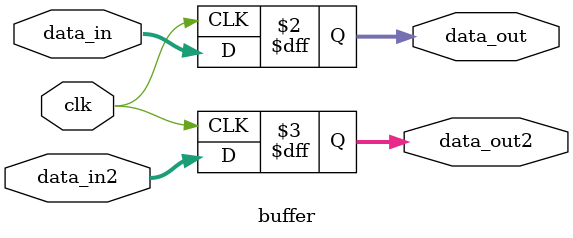
<source format=v>
module buffer#(parameter SIZE = 32)(
    input clk,
    input [SIZE-1:0] data_in,
    input [SIZE-1:0] data_in2,
    output reg [SIZE-1:0] data_out,
    output reg [SIZE-1:0] data_out2
);

always @(posedge clk) begin
    data_out <= data_in;
    data_out2 <= data_in2;
end

endmodule

</source>
